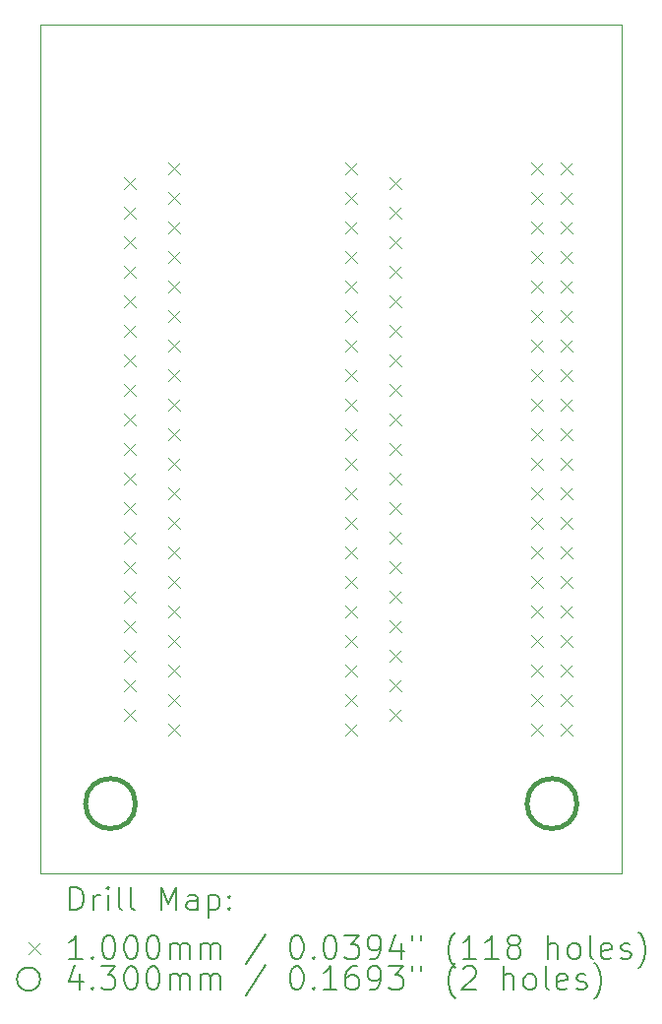
<source format=gbr>
%FSLAX45Y45*%
G04 Gerber Fmt 4.5, Leading zero omitted, Abs format (unit mm)*
G04 Created by KiCad (PCBNEW (6.0.0)) date 2025-05-03 15:15:52*
%MOMM*%
%LPD*%
G01*
G04 APERTURE LIST*
%TA.AperFunction,Profile*%
%ADD10C,0.100000*%
%TD*%
%ADD11C,0.200000*%
%ADD12C,0.100000*%
%ADD13C,0.430000*%
G04 APERTURE END LIST*
D10*
X20103252Y-3604343D02*
X25103252Y-3604343D01*
X25103252Y-3604343D02*
X25103252Y-10904343D01*
X25103252Y-10904343D02*
X20103252Y-10904343D01*
X20103252Y-10904343D02*
X20103252Y-3604343D01*
D11*
D12*
X20822252Y-4918343D02*
X20922252Y-5018343D01*
X20922252Y-4918343D02*
X20822252Y-5018343D01*
X20822252Y-5172343D02*
X20922252Y-5272343D01*
X20922252Y-5172343D02*
X20822252Y-5272343D01*
X20822252Y-5426343D02*
X20922252Y-5526343D01*
X20922252Y-5426343D02*
X20822252Y-5526343D01*
X20822252Y-5680343D02*
X20922252Y-5780343D01*
X20922252Y-5680343D02*
X20822252Y-5780343D01*
X20822252Y-5934343D02*
X20922252Y-6034343D01*
X20922252Y-5934343D02*
X20822252Y-6034343D01*
X20822252Y-6188343D02*
X20922252Y-6288343D01*
X20922252Y-6188343D02*
X20822252Y-6288343D01*
X20822252Y-6442343D02*
X20922252Y-6542343D01*
X20922252Y-6442343D02*
X20822252Y-6542343D01*
X20822252Y-6696343D02*
X20922252Y-6796343D01*
X20922252Y-6696343D02*
X20822252Y-6796343D01*
X20822252Y-6950343D02*
X20922252Y-7050343D01*
X20922252Y-6950343D02*
X20822252Y-7050343D01*
X20822252Y-7204343D02*
X20922252Y-7304343D01*
X20922252Y-7204343D02*
X20822252Y-7304343D01*
X20822252Y-7458343D02*
X20922252Y-7558343D01*
X20922252Y-7458343D02*
X20822252Y-7558343D01*
X20822252Y-7712343D02*
X20922252Y-7812343D01*
X20922252Y-7712343D02*
X20822252Y-7812343D01*
X20822252Y-7966343D02*
X20922252Y-8066343D01*
X20922252Y-7966343D02*
X20822252Y-8066343D01*
X20822252Y-8220343D02*
X20922252Y-8320343D01*
X20922252Y-8220343D02*
X20822252Y-8320343D01*
X20822252Y-8474343D02*
X20922252Y-8574343D01*
X20922252Y-8474343D02*
X20822252Y-8574343D01*
X20822252Y-8728343D02*
X20922252Y-8828343D01*
X20922252Y-8728343D02*
X20822252Y-8828343D01*
X20822252Y-8982343D02*
X20922252Y-9082343D01*
X20922252Y-8982343D02*
X20822252Y-9082343D01*
X20822252Y-9236343D02*
X20922252Y-9336343D01*
X20922252Y-9236343D02*
X20822252Y-9336343D01*
X20822252Y-9490343D02*
X20922252Y-9590343D01*
X20922252Y-9490343D02*
X20822252Y-9590343D01*
X21203252Y-4791343D02*
X21303252Y-4891343D01*
X21303252Y-4791343D02*
X21203252Y-4891343D01*
X21203252Y-5045343D02*
X21303252Y-5145343D01*
X21303252Y-5045343D02*
X21203252Y-5145343D01*
X21203252Y-5299343D02*
X21303252Y-5399343D01*
X21303252Y-5299343D02*
X21203252Y-5399343D01*
X21203252Y-5553343D02*
X21303252Y-5653343D01*
X21303252Y-5553343D02*
X21203252Y-5653343D01*
X21203252Y-5807343D02*
X21303252Y-5907343D01*
X21303252Y-5807343D02*
X21203252Y-5907343D01*
X21203252Y-6061343D02*
X21303252Y-6161343D01*
X21303252Y-6061343D02*
X21203252Y-6161343D01*
X21203252Y-6315343D02*
X21303252Y-6415343D01*
X21303252Y-6315343D02*
X21203252Y-6415343D01*
X21203252Y-6569343D02*
X21303252Y-6669343D01*
X21303252Y-6569343D02*
X21203252Y-6669343D01*
X21203252Y-6823343D02*
X21303252Y-6923343D01*
X21303252Y-6823343D02*
X21203252Y-6923343D01*
X21203252Y-7077343D02*
X21303252Y-7177343D01*
X21303252Y-7077343D02*
X21203252Y-7177343D01*
X21203252Y-7331343D02*
X21303252Y-7431343D01*
X21303252Y-7331343D02*
X21203252Y-7431343D01*
X21203252Y-7585343D02*
X21303252Y-7685343D01*
X21303252Y-7585343D02*
X21203252Y-7685343D01*
X21203252Y-7839343D02*
X21303252Y-7939343D01*
X21303252Y-7839343D02*
X21203252Y-7939343D01*
X21203252Y-8093343D02*
X21303252Y-8193343D01*
X21303252Y-8093343D02*
X21203252Y-8193343D01*
X21203252Y-8347343D02*
X21303252Y-8447343D01*
X21303252Y-8347343D02*
X21203252Y-8447343D01*
X21203252Y-8601343D02*
X21303252Y-8701343D01*
X21303252Y-8601343D02*
X21203252Y-8701343D01*
X21203252Y-8855343D02*
X21303252Y-8955343D01*
X21303252Y-8855343D02*
X21203252Y-8955343D01*
X21203252Y-9109343D02*
X21303252Y-9209343D01*
X21303252Y-9109343D02*
X21203252Y-9209343D01*
X21203252Y-9363343D02*
X21303252Y-9463343D01*
X21303252Y-9363343D02*
X21203252Y-9463343D01*
X21203252Y-9617343D02*
X21303252Y-9717343D01*
X21303252Y-9617343D02*
X21203252Y-9717343D01*
X22727252Y-4791343D02*
X22827252Y-4891343D01*
X22827252Y-4791343D02*
X22727252Y-4891343D01*
X22727252Y-5045343D02*
X22827252Y-5145343D01*
X22827252Y-5045343D02*
X22727252Y-5145343D01*
X22727252Y-5299343D02*
X22827252Y-5399343D01*
X22827252Y-5299343D02*
X22727252Y-5399343D01*
X22727252Y-5553343D02*
X22827252Y-5653343D01*
X22827252Y-5553343D02*
X22727252Y-5653343D01*
X22727252Y-5807343D02*
X22827252Y-5907343D01*
X22827252Y-5807343D02*
X22727252Y-5907343D01*
X22727252Y-6061343D02*
X22827252Y-6161343D01*
X22827252Y-6061343D02*
X22727252Y-6161343D01*
X22727252Y-6315343D02*
X22827252Y-6415343D01*
X22827252Y-6315343D02*
X22727252Y-6415343D01*
X22727252Y-6569343D02*
X22827252Y-6669343D01*
X22827252Y-6569343D02*
X22727252Y-6669343D01*
X22727252Y-6823343D02*
X22827252Y-6923343D01*
X22827252Y-6823343D02*
X22727252Y-6923343D01*
X22727252Y-7077343D02*
X22827252Y-7177343D01*
X22827252Y-7077343D02*
X22727252Y-7177343D01*
X22727252Y-7331343D02*
X22827252Y-7431343D01*
X22827252Y-7331343D02*
X22727252Y-7431343D01*
X22727252Y-7585343D02*
X22827252Y-7685343D01*
X22827252Y-7585343D02*
X22727252Y-7685343D01*
X22727252Y-7839343D02*
X22827252Y-7939343D01*
X22827252Y-7839343D02*
X22727252Y-7939343D01*
X22727252Y-8093343D02*
X22827252Y-8193343D01*
X22827252Y-8093343D02*
X22727252Y-8193343D01*
X22727252Y-8347343D02*
X22827252Y-8447343D01*
X22827252Y-8347343D02*
X22727252Y-8447343D01*
X22727252Y-8601343D02*
X22827252Y-8701343D01*
X22827252Y-8601343D02*
X22727252Y-8701343D01*
X22727252Y-8855343D02*
X22827252Y-8955343D01*
X22827252Y-8855343D02*
X22727252Y-8955343D01*
X22727252Y-9109343D02*
X22827252Y-9209343D01*
X22827252Y-9109343D02*
X22727252Y-9209343D01*
X22727252Y-9363343D02*
X22827252Y-9463343D01*
X22827252Y-9363343D02*
X22727252Y-9463343D01*
X22727252Y-9617343D02*
X22827252Y-9717343D01*
X22827252Y-9617343D02*
X22727252Y-9717343D01*
X23108252Y-4918343D02*
X23208252Y-5018343D01*
X23208252Y-4918343D02*
X23108252Y-5018343D01*
X23108252Y-5172343D02*
X23208252Y-5272343D01*
X23208252Y-5172343D02*
X23108252Y-5272343D01*
X23108252Y-5426343D02*
X23208252Y-5526343D01*
X23208252Y-5426343D02*
X23108252Y-5526343D01*
X23108252Y-5680343D02*
X23208252Y-5780343D01*
X23208252Y-5680343D02*
X23108252Y-5780343D01*
X23108252Y-5934343D02*
X23208252Y-6034343D01*
X23208252Y-5934343D02*
X23108252Y-6034343D01*
X23108252Y-6188343D02*
X23208252Y-6288343D01*
X23208252Y-6188343D02*
X23108252Y-6288343D01*
X23108252Y-6442343D02*
X23208252Y-6542343D01*
X23208252Y-6442343D02*
X23108252Y-6542343D01*
X23108252Y-6696343D02*
X23208252Y-6796343D01*
X23208252Y-6696343D02*
X23108252Y-6796343D01*
X23108252Y-6950343D02*
X23208252Y-7050343D01*
X23208252Y-6950343D02*
X23108252Y-7050343D01*
X23108252Y-7204343D02*
X23208252Y-7304343D01*
X23208252Y-7204343D02*
X23108252Y-7304343D01*
X23108252Y-7458343D02*
X23208252Y-7558343D01*
X23208252Y-7458343D02*
X23108252Y-7558343D01*
X23108252Y-7712343D02*
X23208252Y-7812343D01*
X23208252Y-7712343D02*
X23108252Y-7812343D01*
X23108252Y-7966343D02*
X23208252Y-8066343D01*
X23208252Y-7966343D02*
X23108252Y-8066343D01*
X23108252Y-8220343D02*
X23208252Y-8320343D01*
X23208252Y-8220343D02*
X23108252Y-8320343D01*
X23108252Y-8474343D02*
X23208252Y-8574343D01*
X23208252Y-8474343D02*
X23108252Y-8574343D01*
X23108252Y-8728343D02*
X23208252Y-8828343D01*
X23208252Y-8728343D02*
X23108252Y-8828343D01*
X23108252Y-8982343D02*
X23208252Y-9082343D01*
X23208252Y-8982343D02*
X23108252Y-9082343D01*
X23108252Y-9236343D02*
X23208252Y-9336343D01*
X23208252Y-9236343D02*
X23108252Y-9336343D01*
X23108252Y-9490343D02*
X23208252Y-9590343D01*
X23208252Y-9490343D02*
X23108252Y-9590343D01*
X24324252Y-4794343D02*
X24424252Y-4894343D01*
X24424252Y-4794343D02*
X24324252Y-4894343D01*
X24324252Y-5048343D02*
X24424252Y-5148343D01*
X24424252Y-5048343D02*
X24324252Y-5148343D01*
X24324252Y-5302343D02*
X24424252Y-5402343D01*
X24424252Y-5302343D02*
X24324252Y-5402343D01*
X24324252Y-5556343D02*
X24424252Y-5656343D01*
X24424252Y-5556343D02*
X24324252Y-5656343D01*
X24324252Y-5810343D02*
X24424252Y-5910343D01*
X24424252Y-5810343D02*
X24324252Y-5910343D01*
X24324252Y-6064343D02*
X24424252Y-6164343D01*
X24424252Y-6064343D02*
X24324252Y-6164343D01*
X24324252Y-6318343D02*
X24424252Y-6418343D01*
X24424252Y-6318343D02*
X24324252Y-6418343D01*
X24324252Y-6572343D02*
X24424252Y-6672343D01*
X24424252Y-6572343D02*
X24324252Y-6672343D01*
X24324252Y-6826343D02*
X24424252Y-6926343D01*
X24424252Y-6826343D02*
X24324252Y-6926343D01*
X24324252Y-7080343D02*
X24424252Y-7180343D01*
X24424252Y-7080343D02*
X24324252Y-7180343D01*
X24324252Y-7334343D02*
X24424252Y-7434343D01*
X24424252Y-7334343D02*
X24324252Y-7434343D01*
X24324252Y-7588343D02*
X24424252Y-7688343D01*
X24424252Y-7588343D02*
X24324252Y-7688343D01*
X24324252Y-7842343D02*
X24424252Y-7942343D01*
X24424252Y-7842343D02*
X24324252Y-7942343D01*
X24324252Y-8096343D02*
X24424252Y-8196343D01*
X24424252Y-8096343D02*
X24324252Y-8196343D01*
X24324252Y-8350343D02*
X24424252Y-8450343D01*
X24424252Y-8350343D02*
X24324252Y-8450343D01*
X24324252Y-8604343D02*
X24424252Y-8704343D01*
X24424252Y-8604343D02*
X24324252Y-8704343D01*
X24324252Y-8858343D02*
X24424252Y-8958343D01*
X24424252Y-8858343D02*
X24324252Y-8958343D01*
X24324252Y-9112343D02*
X24424252Y-9212343D01*
X24424252Y-9112343D02*
X24324252Y-9212343D01*
X24324252Y-9366343D02*
X24424252Y-9466343D01*
X24424252Y-9366343D02*
X24324252Y-9466343D01*
X24324252Y-9620343D02*
X24424252Y-9720343D01*
X24424252Y-9620343D02*
X24324252Y-9720343D01*
X24578252Y-4794343D02*
X24678252Y-4894343D01*
X24678252Y-4794343D02*
X24578252Y-4894343D01*
X24578252Y-5048343D02*
X24678252Y-5148343D01*
X24678252Y-5048343D02*
X24578252Y-5148343D01*
X24578252Y-5302343D02*
X24678252Y-5402343D01*
X24678252Y-5302343D02*
X24578252Y-5402343D01*
X24578252Y-5556343D02*
X24678252Y-5656343D01*
X24678252Y-5556343D02*
X24578252Y-5656343D01*
X24578252Y-5810343D02*
X24678252Y-5910343D01*
X24678252Y-5810343D02*
X24578252Y-5910343D01*
X24578252Y-6064343D02*
X24678252Y-6164343D01*
X24678252Y-6064343D02*
X24578252Y-6164343D01*
X24578252Y-6318343D02*
X24678252Y-6418343D01*
X24678252Y-6318343D02*
X24578252Y-6418343D01*
X24578252Y-6572343D02*
X24678252Y-6672343D01*
X24678252Y-6572343D02*
X24578252Y-6672343D01*
X24578252Y-6826343D02*
X24678252Y-6926343D01*
X24678252Y-6826343D02*
X24578252Y-6926343D01*
X24578252Y-7080343D02*
X24678252Y-7180343D01*
X24678252Y-7080343D02*
X24578252Y-7180343D01*
X24578252Y-7334343D02*
X24678252Y-7434343D01*
X24678252Y-7334343D02*
X24578252Y-7434343D01*
X24578252Y-7588343D02*
X24678252Y-7688343D01*
X24678252Y-7588343D02*
X24578252Y-7688343D01*
X24578252Y-7842343D02*
X24678252Y-7942343D01*
X24678252Y-7842343D02*
X24578252Y-7942343D01*
X24578252Y-8096343D02*
X24678252Y-8196343D01*
X24678252Y-8096343D02*
X24578252Y-8196343D01*
X24578252Y-8350343D02*
X24678252Y-8450343D01*
X24678252Y-8350343D02*
X24578252Y-8450343D01*
X24578252Y-8604343D02*
X24678252Y-8704343D01*
X24678252Y-8604343D02*
X24578252Y-8704343D01*
X24578252Y-8858343D02*
X24678252Y-8958343D01*
X24678252Y-8858343D02*
X24578252Y-8958343D01*
X24578252Y-9112343D02*
X24678252Y-9212343D01*
X24678252Y-9112343D02*
X24578252Y-9212343D01*
X24578252Y-9366343D02*
X24678252Y-9466343D01*
X24678252Y-9366343D02*
X24578252Y-9466343D01*
X24578252Y-9620343D02*
X24678252Y-9720343D01*
X24678252Y-9620343D02*
X24578252Y-9720343D01*
D13*
X20918252Y-10304343D02*
G75*
G03*
X20918252Y-10304343I-215000J0D01*
G01*
X24718252Y-10304343D02*
G75*
G03*
X24718252Y-10304343I-215000J0D01*
G01*
D11*
X20355871Y-11219819D02*
X20355871Y-11019819D01*
X20403490Y-11019819D01*
X20432062Y-11029343D01*
X20451109Y-11048390D01*
X20460633Y-11067438D01*
X20470157Y-11105533D01*
X20470157Y-11134105D01*
X20460633Y-11172200D01*
X20451109Y-11191247D01*
X20432062Y-11210295D01*
X20403490Y-11219819D01*
X20355871Y-11219819D01*
X20555871Y-11219819D02*
X20555871Y-11086486D01*
X20555871Y-11124581D02*
X20565395Y-11105533D01*
X20574919Y-11096009D01*
X20593966Y-11086486D01*
X20613014Y-11086486D01*
X20679681Y-11219819D02*
X20679681Y-11086486D01*
X20679681Y-11019819D02*
X20670157Y-11029343D01*
X20679681Y-11038867D01*
X20689204Y-11029343D01*
X20679681Y-11019819D01*
X20679681Y-11038867D01*
X20803490Y-11219819D02*
X20784442Y-11210295D01*
X20774919Y-11191247D01*
X20774919Y-11019819D01*
X20908252Y-11219819D02*
X20889204Y-11210295D01*
X20879681Y-11191247D01*
X20879681Y-11019819D01*
X21136823Y-11219819D02*
X21136823Y-11019819D01*
X21203490Y-11162676D01*
X21270157Y-11019819D01*
X21270157Y-11219819D01*
X21451109Y-11219819D02*
X21451109Y-11115057D01*
X21441585Y-11096009D01*
X21422538Y-11086486D01*
X21384442Y-11086486D01*
X21365395Y-11096009D01*
X21451109Y-11210295D02*
X21432062Y-11219819D01*
X21384442Y-11219819D01*
X21365395Y-11210295D01*
X21355871Y-11191247D01*
X21355871Y-11172200D01*
X21365395Y-11153152D01*
X21384442Y-11143629D01*
X21432062Y-11143629D01*
X21451109Y-11134105D01*
X21546347Y-11086486D02*
X21546347Y-11286486D01*
X21546347Y-11096009D02*
X21565395Y-11086486D01*
X21603490Y-11086486D01*
X21622538Y-11096009D01*
X21632062Y-11105533D01*
X21641585Y-11124581D01*
X21641585Y-11181724D01*
X21632062Y-11200771D01*
X21622538Y-11210295D01*
X21603490Y-11219819D01*
X21565395Y-11219819D01*
X21546347Y-11210295D01*
X21727300Y-11200771D02*
X21736823Y-11210295D01*
X21727300Y-11219819D01*
X21717776Y-11210295D01*
X21727300Y-11200771D01*
X21727300Y-11219819D01*
X21727300Y-11096009D02*
X21736823Y-11105533D01*
X21727300Y-11115057D01*
X21717776Y-11105533D01*
X21727300Y-11096009D01*
X21727300Y-11115057D01*
D12*
X19998252Y-11499343D02*
X20098252Y-11599343D01*
X20098252Y-11499343D02*
X19998252Y-11599343D01*
D11*
X20460633Y-11639819D02*
X20346347Y-11639819D01*
X20403490Y-11639819D02*
X20403490Y-11439819D01*
X20384442Y-11468390D01*
X20365395Y-11487438D01*
X20346347Y-11496962D01*
X20546347Y-11620771D02*
X20555871Y-11630295D01*
X20546347Y-11639819D01*
X20536823Y-11630295D01*
X20546347Y-11620771D01*
X20546347Y-11639819D01*
X20679681Y-11439819D02*
X20698728Y-11439819D01*
X20717776Y-11449343D01*
X20727300Y-11458867D01*
X20736823Y-11477914D01*
X20746347Y-11516009D01*
X20746347Y-11563628D01*
X20736823Y-11601724D01*
X20727300Y-11620771D01*
X20717776Y-11630295D01*
X20698728Y-11639819D01*
X20679681Y-11639819D01*
X20660633Y-11630295D01*
X20651109Y-11620771D01*
X20641585Y-11601724D01*
X20632062Y-11563628D01*
X20632062Y-11516009D01*
X20641585Y-11477914D01*
X20651109Y-11458867D01*
X20660633Y-11449343D01*
X20679681Y-11439819D01*
X20870157Y-11439819D02*
X20889204Y-11439819D01*
X20908252Y-11449343D01*
X20917776Y-11458867D01*
X20927300Y-11477914D01*
X20936823Y-11516009D01*
X20936823Y-11563628D01*
X20927300Y-11601724D01*
X20917776Y-11620771D01*
X20908252Y-11630295D01*
X20889204Y-11639819D01*
X20870157Y-11639819D01*
X20851109Y-11630295D01*
X20841585Y-11620771D01*
X20832062Y-11601724D01*
X20822538Y-11563628D01*
X20822538Y-11516009D01*
X20832062Y-11477914D01*
X20841585Y-11458867D01*
X20851109Y-11449343D01*
X20870157Y-11439819D01*
X21060633Y-11439819D02*
X21079681Y-11439819D01*
X21098728Y-11449343D01*
X21108252Y-11458867D01*
X21117776Y-11477914D01*
X21127300Y-11516009D01*
X21127300Y-11563628D01*
X21117776Y-11601724D01*
X21108252Y-11620771D01*
X21098728Y-11630295D01*
X21079681Y-11639819D01*
X21060633Y-11639819D01*
X21041585Y-11630295D01*
X21032062Y-11620771D01*
X21022538Y-11601724D01*
X21013014Y-11563628D01*
X21013014Y-11516009D01*
X21022538Y-11477914D01*
X21032062Y-11458867D01*
X21041585Y-11449343D01*
X21060633Y-11439819D01*
X21213014Y-11639819D02*
X21213014Y-11506486D01*
X21213014Y-11525533D02*
X21222538Y-11516009D01*
X21241585Y-11506486D01*
X21270157Y-11506486D01*
X21289204Y-11516009D01*
X21298728Y-11535057D01*
X21298728Y-11639819D01*
X21298728Y-11535057D02*
X21308252Y-11516009D01*
X21327300Y-11506486D01*
X21355871Y-11506486D01*
X21374919Y-11516009D01*
X21384442Y-11535057D01*
X21384442Y-11639819D01*
X21479681Y-11639819D02*
X21479681Y-11506486D01*
X21479681Y-11525533D02*
X21489204Y-11516009D01*
X21508252Y-11506486D01*
X21536823Y-11506486D01*
X21555871Y-11516009D01*
X21565395Y-11535057D01*
X21565395Y-11639819D01*
X21565395Y-11535057D02*
X21574919Y-11516009D01*
X21593966Y-11506486D01*
X21622538Y-11506486D01*
X21641585Y-11516009D01*
X21651109Y-11535057D01*
X21651109Y-11639819D01*
X22041585Y-11430295D02*
X21870157Y-11687438D01*
X22298728Y-11439819D02*
X22317776Y-11439819D01*
X22336823Y-11449343D01*
X22346347Y-11458867D01*
X22355871Y-11477914D01*
X22365395Y-11516009D01*
X22365395Y-11563628D01*
X22355871Y-11601724D01*
X22346347Y-11620771D01*
X22336823Y-11630295D01*
X22317776Y-11639819D01*
X22298728Y-11639819D01*
X22279681Y-11630295D01*
X22270157Y-11620771D01*
X22260633Y-11601724D01*
X22251109Y-11563628D01*
X22251109Y-11516009D01*
X22260633Y-11477914D01*
X22270157Y-11458867D01*
X22279681Y-11449343D01*
X22298728Y-11439819D01*
X22451109Y-11620771D02*
X22460633Y-11630295D01*
X22451109Y-11639819D01*
X22441585Y-11630295D01*
X22451109Y-11620771D01*
X22451109Y-11639819D01*
X22584442Y-11439819D02*
X22603490Y-11439819D01*
X22622538Y-11449343D01*
X22632061Y-11458867D01*
X22641585Y-11477914D01*
X22651109Y-11516009D01*
X22651109Y-11563628D01*
X22641585Y-11601724D01*
X22632061Y-11620771D01*
X22622538Y-11630295D01*
X22603490Y-11639819D01*
X22584442Y-11639819D01*
X22565395Y-11630295D01*
X22555871Y-11620771D01*
X22546347Y-11601724D01*
X22536823Y-11563628D01*
X22536823Y-11516009D01*
X22546347Y-11477914D01*
X22555871Y-11458867D01*
X22565395Y-11449343D01*
X22584442Y-11439819D01*
X22717776Y-11439819D02*
X22841585Y-11439819D01*
X22774919Y-11516009D01*
X22803490Y-11516009D01*
X22822538Y-11525533D01*
X22832061Y-11535057D01*
X22841585Y-11554105D01*
X22841585Y-11601724D01*
X22832061Y-11620771D01*
X22822538Y-11630295D01*
X22803490Y-11639819D01*
X22746347Y-11639819D01*
X22727300Y-11630295D01*
X22717776Y-11620771D01*
X22936823Y-11639819D02*
X22974919Y-11639819D01*
X22993966Y-11630295D01*
X23003490Y-11620771D01*
X23022538Y-11592200D01*
X23032061Y-11554105D01*
X23032061Y-11477914D01*
X23022538Y-11458867D01*
X23013014Y-11449343D01*
X22993966Y-11439819D01*
X22955871Y-11439819D01*
X22936823Y-11449343D01*
X22927300Y-11458867D01*
X22917776Y-11477914D01*
X22917776Y-11525533D01*
X22927300Y-11544581D01*
X22936823Y-11554105D01*
X22955871Y-11563628D01*
X22993966Y-11563628D01*
X23013014Y-11554105D01*
X23022538Y-11544581D01*
X23032061Y-11525533D01*
X23203490Y-11506486D02*
X23203490Y-11639819D01*
X23155871Y-11430295D02*
X23108252Y-11573152D01*
X23232061Y-11573152D01*
X23298728Y-11439819D02*
X23298728Y-11477914D01*
X23374919Y-11439819D02*
X23374919Y-11477914D01*
X23670157Y-11716009D02*
X23660633Y-11706486D01*
X23641585Y-11677914D01*
X23632061Y-11658867D01*
X23622538Y-11630295D01*
X23613014Y-11582676D01*
X23613014Y-11544581D01*
X23622538Y-11496962D01*
X23632061Y-11468390D01*
X23641585Y-11449343D01*
X23660633Y-11420771D01*
X23670157Y-11411247D01*
X23851109Y-11639819D02*
X23736823Y-11639819D01*
X23793966Y-11639819D02*
X23793966Y-11439819D01*
X23774919Y-11468390D01*
X23755871Y-11487438D01*
X23736823Y-11496962D01*
X24041585Y-11639819D02*
X23927300Y-11639819D01*
X23984442Y-11639819D02*
X23984442Y-11439819D01*
X23965395Y-11468390D01*
X23946347Y-11487438D01*
X23927300Y-11496962D01*
X24155871Y-11525533D02*
X24136823Y-11516009D01*
X24127300Y-11506486D01*
X24117776Y-11487438D01*
X24117776Y-11477914D01*
X24127300Y-11458867D01*
X24136823Y-11449343D01*
X24155871Y-11439819D01*
X24193966Y-11439819D01*
X24213014Y-11449343D01*
X24222538Y-11458867D01*
X24232061Y-11477914D01*
X24232061Y-11487438D01*
X24222538Y-11506486D01*
X24213014Y-11516009D01*
X24193966Y-11525533D01*
X24155871Y-11525533D01*
X24136823Y-11535057D01*
X24127300Y-11544581D01*
X24117776Y-11563628D01*
X24117776Y-11601724D01*
X24127300Y-11620771D01*
X24136823Y-11630295D01*
X24155871Y-11639819D01*
X24193966Y-11639819D01*
X24213014Y-11630295D01*
X24222538Y-11620771D01*
X24232061Y-11601724D01*
X24232061Y-11563628D01*
X24222538Y-11544581D01*
X24213014Y-11535057D01*
X24193966Y-11525533D01*
X24470157Y-11639819D02*
X24470157Y-11439819D01*
X24555871Y-11639819D02*
X24555871Y-11535057D01*
X24546347Y-11516009D01*
X24527300Y-11506486D01*
X24498728Y-11506486D01*
X24479680Y-11516009D01*
X24470157Y-11525533D01*
X24679680Y-11639819D02*
X24660633Y-11630295D01*
X24651109Y-11620771D01*
X24641585Y-11601724D01*
X24641585Y-11544581D01*
X24651109Y-11525533D01*
X24660633Y-11516009D01*
X24679680Y-11506486D01*
X24708252Y-11506486D01*
X24727300Y-11516009D01*
X24736823Y-11525533D01*
X24746347Y-11544581D01*
X24746347Y-11601724D01*
X24736823Y-11620771D01*
X24727300Y-11630295D01*
X24708252Y-11639819D01*
X24679680Y-11639819D01*
X24860633Y-11639819D02*
X24841585Y-11630295D01*
X24832061Y-11611247D01*
X24832061Y-11439819D01*
X25013014Y-11630295D02*
X24993966Y-11639819D01*
X24955871Y-11639819D01*
X24936823Y-11630295D01*
X24927300Y-11611247D01*
X24927300Y-11535057D01*
X24936823Y-11516009D01*
X24955871Y-11506486D01*
X24993966Y-11506486D01*
X25013014Y-11516009D01*
X25022538Y-11535057D01*
X25022538Y-11554105D01*
X24927300Y-11573152D01*
X25098728Y-11630295D02*
X25117776Y-11639819D01*
X25155871Y-11639819D01*
X25174919Y-11630295D01*
X25184442Y-11611247D01*
X25184442Y-11601724D01*
X25174919Y-11582676D01*
X25155871Y-11573152D01*
X25127300Y-11573152D01*
X25108252Y-11563628D01*
X25098728Y-11544581D01*
X25098728Y-11535057D01*
X25108252Y-11516009D01*
X25127300Y-11506486D01*
X25155871Y-11506486D01*
X25174919Y-11516009D01*
X25251109Y-11716009D02*
X25260633Y-11706486D01*
X25279680Y-11677914D01*
X25289204Y-11658867D01*
X25298728Y-11630295D01*
X25308252Y-11582676D01*
X25308252Y-11544581D01*
X25298728Y-11496962D01*
X25289204Y-11468390D01*
X25279680Y-11449343D01*
X25260633Y-11420771D01*
X25251109Y-11411247D01*
X20098252Y-11813343D02*
G75*
G03*
X20098252Y-11813343I-100000J0D01*
G01*
X20441585Y-11770486D02*
X20441585Y-11903819D01*
X20393966Y-11694295D02*
X20346347Y-11837152D01*
X20470157Y-11837152D01*
X20546347Y-11884771D02*
X20555871Y-11894295D01*
X20546347Y-11903819D01*
X20536823Y-11894295D01*
X20546347Y-11884771D01*
X20546347Y-11903819D01*
X20622538Y-11703819D02*
X20746347Y-11703819D01*
X20679681Y-11780009D01*
X20708252Y-11780009D01*
X20727300Y-11789533D01*
X20736823Y-11799057D01*
X20746347Y-11818105D01*
X20746347Y-11865724D01*
X20736823Y-11884771D01*
X20727300Y-11894295D01*
X20708252Y-11903819D01*
X20651109Y-11903819D01*
X20632062Y-11894295D01*
X20622538Y-11884771D01*
X20870157Y-11703819D02*
X20889204Y-11703819D01*
X20908252Y-11713343D01*
X20917776Y-11722867D01*
X20927300Y-11741914D01*
X20936823Y-11780009D01*
X20936823Y-11827628D01*
X20927300Y-11865724D01*
X20917776Y-11884771D01*
X20908252Y-11894295D01*
X20889204Y-11903819D01*
X20870157Y-11903819D01*
X20851109Y-11894295D01*
X20841585Y-11884771D01*
X20832062Y-11865724D01*
X20822538Y-11827628D01*
X20822538Y-11780009D01*
X20832062Y-11741914D01*
X20841585Y-11722867D01*
X20851109Y-11713343D01*
X20870157Y-11703819D01*
X21060633Y-11703819D02*
X21079681Y-11703819D01*
X21098728Y-11713343D01*
X21108252Y-11722867D01*
X21117776Y-11741914D01*
X21127300Y-11780009D01*
X21127300Y-11827628D01*
X21117776Y-11865724D01*
X21108252Y-11884771D01*
X21098728Y-11894295D01*
X21079681Y-11903819D01*
X21060633Y-11903819D01*
X21041585Y-11894295D01*
X21032062Y-11884771D01*
X21022538Y-11865724D01*
X21013014Y-11827628D01*
X21013014Y-11780009D01*
X21022538Y-11741914D01*
X21032062Y-11722867D01*
X21041585Y-11713343D01*
X21060633Y-11703819D01*
X21213014Y-11903819D02*
X21213014Y-11770486D01*
X21213014Y-11789533D02*
X21222538Y-11780009D01*
X21241585Y-11770486D01*
X21270157Y-11770486D01*
X21289204Y-11780009D01*
X21298728Y-11799057D01*
X21298728Y-11903819D01*
X21298728Y-11799057D02*
X21308252Y-11780009D01*
X21327300Y-11770486D01*
X21355871Y-11770486D01*
X21374919Y-11780009D01*
X21384442Y-11799057D01*
X21384442Y-11903819D01*
X21479681Y-11903819D02*
X21479681Y-11770486D01*
X21479681Y-11789533D02*
X21489204Y-11780009D01*
X21508252Y-11770486D01*
X21536823Y-11770486D01*
X21555871Y-11780009D01*
X21565395Y-11799057D01*
X21565395Y-11903819D01*
X21565395Y-11799057D02*
X21574919Y-11780009D01*
X21593966Y-11770486D01*
X21622538Y-11770486D01*
X21641585Y-11780009D01*
X21651109Y-11799057D01*
X21651109Y-11903819D01*
X22041585Y-11694295D02*
X21870157Y-11951438D01*
X22298728Y-11703819D02*
X22317776Y-11703819D01*
X22336823Y-11713343D01*
X22346347Y-11722867D01*
X22355871Y-11741914D01*
X22365395Y-11780009D01*
X22365395Y-11827628D01*
X22355871Y-11865724D01*
X22346347Y-11884771D01*
X22336823Y-11894295D01*
X22317776Y-11903819D01*
X22298728Y-11903819D01*
X22279681Y-11894295D01*
X22270157Y-11884771D01*
X22260633Y-11865724D01*
X22251109Y-11827628D01*
X22251109Y-11780009D01*
X22260633Y-11741914D01*
X22270157Y-11722867D01*
X22279681Y-11713343D01*
X22298728Y-11703819D01*
X22451109Y-11884771D02*
X22460633Y-11894295D01*
X22451109Y-11903819D01*
X22441585Y-11894295D01*
X22451109Y-11884771D01*
X22451109Y-11903819D01*
X22651109Y-11903819D02*
X22536823Y-11903819D01*
X22593966Y-11903819D02*
X22593966Y-11703819D01*
X22574919Y-11732390D01*
X22555871Y-11751438D01*
X22536823Y-11760962D01*
X22822538Y-11703819D02*
X22784442Y-11703819D01*
X22765395Y-11713343D01*
X22755871Y-11722867D01*
X22736823Y-11751438D01*
X22727300Y-11789533D01*
X22727300Y-11865724D01*
X22736823Y-11884771D01*
X22746347Y-11894295D01*
X22765395Y-11903819D01*
X22803490Y-11903819D01*
X22822538Y-11894295D01*
X22832061Y-11884771D01*
X22841585Y-11865724D01*
X22841585Y-11818105D01*
X22832061Y-11799057D01*
X22822538Y-11789533D01*
X22803490Y-11780009D01*
X22765395Y-11780009D01*
X22746347Y-11789533D01*
X22736823Y-11799057D01*
X22727300Y-11818105D01*
X22936823Y-11903819D02*
X22974919Y-11903819D01*
X22993966Y-11894295D01*
X23003490Y-11884771D01*
X23022538Y-11856200D01*
X23032061Y-11818105D01*
X23032061Y-11741914D01*
X23022538Y-11722867D01*
X23013014Y-11713343D01*
X22993966Y-11703819D01*
X22955871Y-11703819D01*
X22936823Y-11713343D01*
X22927300Y-11722867D01*
X22917776Y-11741914D01*
X22917776Y-11789533D01*
X22927300Y-11808581D01*
X22936823Y-11818105D01*
X22955871Y-11827628D01*
X22993966Y-11827628D01*
X23013014Y-11818105D01*
X23022538Y-11808581D01*
X23032061Y-11789533D01*
X23098728Y-11703819D02*
X23222538Y-11703819D01*
X23155871Y-11780009D01*
X23184442Y-11780009D01*
X23203490Y-11789533D01*
X23213014Y-11799057D01*
X23222538Y-11818105D01*
X23222538Y-11865724D01*
X23213014Y-11884771D01*
X23203490Y-11894295D01*
X23184442Y-11903819D01*
X23127300Y-11903819D01*
X23108252Y-11894295D01*
X23098728Y-11884771D01*
X23298728Y-11703819D02*
X23298728Y-11741914D01*
X23374919Y-11703819D02*
X23374919Y-11741914D01*
X23670157Y-11980009D02*
X23660633Y-11970486D01*
X23641585Y-11941914D01*
X23632061Y-11922867D01*
X23622538Y-11894295D01*
X23613014Y-11846676D01*
X23613014Y-11808581D01*
X23622538Y-11760962D01*
X23632061Y-11732390D01*
X23641585Y-11713343D01*
X23660633Y-11684771D01*
X23670157Y-11675247D01*
X23736823Y-11722867D02*
X23746347Y-11713343D01*
X23765395Y-11703819D01*
X23813014Y-11703819D01*
X23832061Y-11713343D01*
X23841585Y-11722867D01*
X23851109Y-11741914D01*
X23851109Y-11760962D01*
X23841585Y-11789533D01*
X23727300Y-11903819D01*
X23851109Y-11903819D01*
X24089204Y-11903819D02*
X24089204Y-11703819D01*
X24174919Y-11903819D02*
X24174919Y-11799057D01*
X24165395Y-11780009D01*
X24146347Y-11770486D01*
X24117776Y-11770486D01*
X24098728Y-11780009D01*
X24089204Y-11789533D01*
X24298728Y-11903819D02*
X24279680Y-11894295D01*
X24270157Y-11884771D01*
X24260633Y-11865724D01*
X24260633Y-11808581D01*
X24270157Y-11789533D01*
X24279680Y-11780009D01*
X24298728Y-11770486D01*
X24327300Y-11770486D01*
X24346347Y-11780009D01*
X24355871Y-11789533D01*
X24365395Y-11808581D01*
X24365395Y-11865724D01*
X24355871Y-11884771D01*
X24346347Y-11894295D01*
X24327300Y-11903819D01*
X24298728Y-11903819D01*
X24479680Y-11903819D02*
X24460633Y-11894295D01*
X24451109Y-11875247D01*
X24451109Y-11703819D01*
X24632061Y-11894295D02*
X24613014Y-11903819D01*
X24574919Y-11903819D01*
X24555871Y-11894295D01*
X24546347Y-11875247D01*
X24546347Y-11799057D01*
X24555871Y-11780009D01*
X24574919Y-11770486D01*
X24613014Y-11770486D01*
X24632061Y-11780009D01*
X24641585Y-11799057D01*
X24641585Y-11818105D01*
X24546347Y-11837152D01*
X24717776Y-11894295D02*
X24736823Y-11903819D01*
X24774919Y-11903819D01*
X24793966Y-11894295D01*
X24803490Y-11875247D01*
X24803490Y-11865724D01*
X24793966Y-11846676D01*
X24774919Y-11837152D01*
X24746347Y-11837152D01*
X24727300Y-11827628D01*
X24717776Y-11808581D01*
X24717776Y-11799057D01*
X24727300Y-11780009D01*
X24746347Y-11770486D01*
X24774919Y-11770486D01*
X24793966Y-11780009D01*
X24870157Y-11980009D02*
X24879680Y-11970486D01*
X24898728Y-11941914D01*
X24908252Y-11922867D01*
X24917776Y-11894295D01*
X24927300Y-11846676D01*
X24927300Y-11808581D01*
X24917776Y-11760962D01*
X24908252Y-11732390D01*
X24898728Y-11713343D01*
X24879680Y-11684771D01*
X24870157Y-11675247D01*
M02*

</source>
